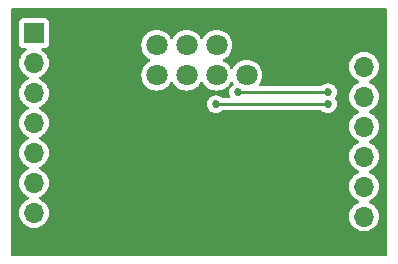
<source format=gbr>
%TF.GenerationSoftware,KiCad,Pcbnew,(6.0.5)*%
%TF.CreationDate,2022-06-21T02:12:09-04:00*%
%TF.ProjectId,nRF24L01_shield_v001a,6e524632-344c-4303-915f-736869656c64,rev?*%
%TF.SameCoordinates,Original*%
%TF.FileFunction,Copper,L2,Bot*%
%TF.FilePolarity,Positive*%
%FSLAX46Y46*%
G04 Gerber Fmt 4.6, Leading zero omitted, Abs format (unit mm)*
G04 Created by KiCad (PCBNEW (6.0.5)) date 2022-06-21 02:12:09*
%MOMM*%
%LPD*%
G01*
G04 APERTURE LIST*
%TA.AperFunction,ComponentPad*%
%ADD10C,1.800000*%
%TD*%
%TA.AperFunction,ComponentPad*%
%ADD11R,1.700000X1.700000*%
%TD*%
%TA.AperFunction,ComponentPad*%
%ADD12O,1.700000X1.700000*%
%TD*%
%TA.AperFunction,ViaPad*%
%ADD13C,0.685800*%
%TD*%
%TA.AperFunction,Conductor*%
%ADD14C,0.250000*%
%TD*%
G04 APERTURE END LIST*
D10*
%TO.P,U1,1,GND*%
%TO.N,GND*%
X157710000Y-79330000D03*
%TO.P,U1,2,CE*%
%TO.N,D9*%
X155170000Y-79330000D03*
%TO.P,U1,3,SCK*%
%TO.N,D13{slash}SCK*%
X152630000Y-79330000D03*
%TO.P,U1,4,MISO*%
%TO.N,D12{slash}MISO*%
X150090000Y-79330000D03*
%TO.P,U1,5,IRQ*%
%TO.N,D2{slash}INT0*%
X150090000Y-81870000D03*
%TO.P,U1,6,MOSI*%
%TO.N,D11{slash}MOSI*%
X152630000Y-81870000D03*
%TO.P,U1,7,CSN*%
%TO.N,D10{slash}SS*%
X155170000Y-81870000D03*
%TO.P,U1,8,VCC*%
%TO.N,VCC*%
X157710000Y-81870000D03*
%TD*%
D11*
%TO.P,J1,1,Pin_1*%
%TO.N,VCC*%
X139700000Y-78300000D03*
D12*
%TO.P,J1,2,Pin_2*%
%TO.N,D4*%
X139700000Y-80840000D03*
%TO.P,J1,3,Pin_3*%
%TO.N,D3*%
X139700000Y-83380000D03*
%TO.P,J1,4,Pin_4*%
%TO.N,D13{slash}SCK*%
X139700000Y-85920000D03*
%TO.P,J1,5,Pin_5*%
%TO.N,D12{slash}MISO*%
X139700000Y-88460000D03*
%TO.P,J1,6,Pin_6*%
%TO.N,D2{slash}INT0*%
X139700000Y-91000000D03*
%TO.P,J1,7,Pin_7*%
%TO.N,A5{slash}SCL*%
X139700000Y-93540000D03*
%TD*%
D11*
%TO.P,J2,1,Pin_1*%
%TO.N,GND*%
X167640000Y-78600000D03*
D12*
%TO.P,J2,2,Pin_2*%
%TO.N,D5*%
X167640000Y-81140000D03*
%TO.P,J2,3,Pin_3*%
%TO.N,D7*%
X167640000Y-83680000D03*
%TO.P,J2,4,Pin_4*%
%TO.N,D9*%
X167640000Y-86220000D03*
%TO.P,J2,5,Pin_5*%
%TO.N,D10{slash}SS*%
X167640000Y-88760000D03*
%TO.P,J2,6,Pin_6*%
%TO.N,D11{slash}MOSI*%
X167640000Y-91300000D03*
%TO.P,J2,7,Pin_7*%
%TO.N,D6*%
X167640000Y-93840000D03*
%TD*%
D13*
%TO.N,GND*%
X161036000Y-96520000D03*
X157463335Y-88675240D03*
%TO.N,D9*%
X164592000Y-83312000D03*
X156972000Y-83312000D03*
%TO.N,D10{slash}SS*%
X155105028Y-84323469D03*
X164592000Y-84328000D03*
%TD*%
D14*
%TO.N,D9*%
X164592000Y-83312000D02*
X156972000Y-83312000D01*
%TO.N,D10{slash}SS*%
X164592000Y-84328000D02*
X154940000Y-84328000D01*
%TD*%
%TA.AperFunction,Conductor*%
%TO.N,GND*%
G36*
X169541621Y-76190502D02*
G01*
X169588114Y-76244158D01*
X169599500Y-76296500D01*
X169599500Y-97073500D01*
X169579498Y-97141621D01*
X169525842Y-97188114D01*
X169473500Y-97199500D01*
X137876500Y-97199500D01*
X137808379Y-97179498D01*
X137761886Y-97125842D01*
X137750500Y-97073500D01*
X137750500Y-93540000D01*
X138444723Y-93540000D01*
X138463793Y-93757977D01*
X138520425Y-93969330D01*
X138612898Y-94167638D01*
X138738402Y-94346877D01*
X138893123Y-94501598D01*
X138897631Y-94504755D01*
X138897634Y-94504757D01*
X139067852Y-94623945D01*
X139072361Y-94627102D01*
X139077343Y-94629425D01*
X139077348Y-94629428D01*
X139123121Y-94650772D01*
X139270670Y-94719575D01*
X139275978Y-94720997D01*
X139275980Y-94720998D01*
X139341745Y-94738620D01*
X139482023Y-94776207D01*
X139700000Y-94795277D01*
X139917977Y-94776207D01*
X140058255Y-94738620D01*
X140124020Y-94720998D01*
X140124022Y-94720997D01*
X140129330Y-94719575D01*
X140276879Y-94650772D01*
X140322652Y-94629428D01*
X140322657Y-94629425D01*
X140327639Y-94627102D01*
X140332148Y-94623945D01*
X140502366Y-94504757D01*
X140502369Y-94504755D01*
X140506877Y-94501598D01*
X140661598Y-94346877D01*
X140787102Y-94167638D01*
X140879575Y-93969330D01*
X140914229Y-93840000D01*
X166384723Y-93840000D01*
X166403793Y-94057977D01*
X166460425Y-94269330D01*
X166552898Y-94467638D01*
X166678402Y-94646877D01*
X166833123Y-94801598D01*
X166837631Y-94804755D01*
X166837634Y-94804757D01*
X167007852Y-94923945D01*
X167012361Y-94927102D01*
X167017343Y-94929425D01*
X167017348Y-94929428D01*
X167205688Y-95017252D01*
X167210670Y-95019575D01*
X167215978Y-95020997D01*
X167215980Y-95020998D01*
X167281745Y-95038620D01*
X167422023Y-95076207D01*
X167640000Y-95095277D01*
X167857977Y-95076207D01*
X167998255Y-95038620D01*
X168064020Y-95020998D01*
X168064022Y-95020997D01*
X168069330Y-95019575D01*
X168074312Y-95017252D01*
X168262652Y-94929428D01*
X168262657Y-94929425D01*
X168267639Y-94927102D01*
X168272148Y-94923945D01*
X168442366Y-94804757D01*
X168442369Y-94804755D01*
X168446877Y-94801598D01*
X168601598Y-94646877D01*
X168727102Y-94467638D01*
X168819575Y-94269330D01*
X168876207Y-94057977D01*
X168895277Y-93840000D01*
X168876207Y-93622023D01*
X168819575Y-93410670D01*
X168727102Y-93212362D01*
X168601598Y-93033123D01*
X168446877Y-92878402D01*
X168442369Y-92875245D01*
X168442366Y-92875243D01*
X168272148Y-92756055D01*
X168272145Y-92756053D01*
X168267639Y-92752898D01*
X168262657Y-92750575D01*
X168262652Y-92750572D01*
X168120305Y-92684195D01*
X168067020Y-92637278D01*
X168047559Y-92569000D01*
X168068101Y-92501040D01*
X168120305Y-92455805D01*
X168262652Y-92389428D01*
X168262657Y-92389425D01*
X168267639Y-92387102D01*
X168338795Y-92337278D01*
X168442366Y-92264757D01*
X168442369Y-92264755D01*
X168446877Y-92261598D01*
X168601598Y-92106877D01*
X168727102Y-91927638D01*
X168819575Y-91729330D01*
X168876207Y-91517977D01*
X168895277Y-91300000D01*
X168876207Y-91082023D01*
X168819575Y-90870670D01*
X168727102Y-90672362D01*
X168601598Y-90493123D01*
X168446877Y-90338402D01*
X168442369Y-90335245D01*
X168442366Y-90335243D01*
X168272148Y-90216055D01*
X168272145Y-90216053D01*
X168267639Y-90212898D01*
X168262657Y-90210575D01*
X168262652Y-90210572D01*
X168120305Y-90144195D01*
X168067020Y-90097278D01*
X168047559Y-90029000D01*
X168068101Y-89961040D01*
X168120305Y-89915805D01*
X168262652Y-89849428D01*
X168262657Y-89849425D01*
X168267639Y-89847102D01*
X168338795Y-89797278D01*
X168442366Y-89724757D01*
X168442369Y-89724755D01*
X168446877Y-89721598D01*
X168601598Y-89566877D01*
X168727102Y-89387638D01*
X168819575Y-89189330D01*
X168876207Y-88977977D01*
X168895277Y-88760000D01*
X168876207Y-88542023D01*
X168819575Y-88330670D01*
X168727102Y-88132362D01*
X168601598Y-87953123D01*
X168446877Y-87798402D01*
X168442369Y-87795245D01*
X168442366Y-87795243D01*
X168272148Y-87676055D01*
X168272145Y-87676053D01*
X168267639Y-87672898D01*
X168262657Y-87670575D01*
X168262652Y-87670572D01*
X168120305Y-87604195D01*
X168067020Y-87557278D01*
X168047559Y-87489000D01*
X168068101Y-87421040D01*
X168120305Y-87375805D01*
X168262652Y-87309428D01*
X168262657Y-87309425D01*
X168267639Y-87307102D01*
X168338795Y-87257278D01*
X168442366Y-87184757D01*
X168442369Y-87184755D01*
X168446877Y-87181598D01*
X168601598Y-87026877D01*
X168727102Y-86847638D01*
X168819575Y-86649330D01*
X168876207Y-86437977D01*
X168895277Y-86220000D01*
X168876207Y-86002023D01*
X168819575Y-85790670D01*
X168727102Y-85592362D01*
X168601598Y-85413123D01*
X168446877Y-85258402D01*
X168442369Y-85255245D01*
X168442366Y-85255243D01*
X168272148Y-85136055D01*
X168272145Y-85136053D01*
X168267639Y-85132898D01*
X168262657Y-85130575D01*
X168262652Y-85130572D01*
X168120305Y-85064195D01*
X168067020Y-85017278D01*
X168047559Y-84949000D01*
X168068101Y-84881040D01*
X168120305Y-84835805D01*
X168262652Y-84769428D01*
X168262657Y-84769425D01*
X168267639Y-84767102D01*
X168338795Y-84717278D01*
X168442366Y-84644757D01*
X168442369Y-84644755D01*
X168446877Y-84641598D01*
X168601598Y-84486877D01*
X168727102Y-84307638D01*
X168798489Y-84154550D01*
X168817252Y-84114312D01*
X168817253Y-84114310D01*
X168819575Y-84109330D01*
X168876207Y-83897977D01*
X168895277Y-83680000D01*
X168876207Y-83462023D01*
X168836008Y-83312000D01*
X168820998Y-83255980D01*
X168820997Y-83255978D01*
X168819575Y-83250670D01*
X168766145Y-83136089D01*
X168729425Y-83057343D01*
X168729423Y-83057340D01*
X168727102Y-83052362D01*
X168601598Y-82873123D01*
X168446877Y-82718402D01*
X168442369Y-82715245D01*
X168442366Y-82715243D01*
X168272148Y-82596055D01*
X168272145Y-82596053D01*
X168267639Y-82592898D01*
X168262657Y-82590575D01*
X168262652Y-82590572D01*
X168120305Y-82524195D01*
X168067020Y-82477278D01*
X168047559Y-82409000D01*
X168068101Y-82341040D01*
X168120305Y-82295805D01*
X168262652Y-82229428D01*
X168262657Y-82229425D01*
X168267639Y-82227102D01*
X168370550Y-82155043D01*
X168442366Y-82104757D01*
X168442369Y-82104755D01*
X168446877Y-82101598D01*
X168601598Y-81946877D01*
X168727102Y-81767638D01*
X168785079Y-81643308D01*
X168817252Y-81574312D01*
X168817253Y-81574310D01*
X168819575Y-81569330D01*
X168876207Y-81357977D01*
X168895277Y-81140000D01*
X168876207Y-80922023D01*
X168819575Y-80710670D01*
X168768435Y-80601000D01*
X168729425Y-80517343D01*
X168729423Y-80517340D01*
X168727102Y-80512362D01*
X168601598Y-80333123D01*
X168446877Y-80178402D01*
X168442369Y-80175245D01*
X168442366Y-80175243D01*
X168272148Y-80056055D01*
X168272145Y-80056053D01*
X168267639Y-80052898D01*
X168262657Y-80050575D01*
X168262652Y-80050572D01*
X168074312Y-79962748D01*
X168074311Y-79962747D01*
X168069330Y-79960425D01*
X168064022Y-79959003D01*
X168064020Y-79959002D01*
X167950606Y-79928613D01*
X167857977Y-79903793D01*
X167640000Y-79884723D01*
X167422023Y-79903793D01*
X167329394Y-79928613D01*
X167215980Y-79959002D01*
X167215978Y-79959003D01*
X167210670Y-79960425D01*
X167205690Y-79962747D01*
X167205688Y-79962748D01*
X167017343Y-80050575D01*
X167017340Y-80050577D01*
X167012362Y-80052898D01*
X166833123Y-80178402D01*
X166678402Y-80333123D01*
X166552898Y-80512362D01*
X166550577Y-80517340D01*
X166550575Y-80517343D01*
X166511565Y-80601000D01*
X166460425Y-80710670D01*
X166403793Y-80922023D01*
X166384723Y-81140000D01*
X166403793Y-81357977D01*
X166460425Y-81569330D01*
X166462747Y-81574310D01*
X166462748Y-81574312D01*
X166494922Y-81643308D01*
X166552898Y-81767638D01*
X166678402Y-81946877D01*
X166833123Y-82101598D01*
X166837631Y-82104755D01*
X166837634Y-82104757D01*
X166909450Y-82155043D01*
X167012361Y-82227102D01*
X167017343Y-82229425D01*
X167017348Y-82229428D01*
X167159695Y-82295805D01*
X167212980Y-82342722D01*
X167232441Y-82411000D01*
X167211899Y-82478960D01*
X167159695Y-82524195D01*
X167017343Y-82590575D01*
X167017340Y-82590577D01*
X167012362Y-82592898D01*
X166833123Y-82718402D01*
X166678402Y-82873123D01*
X166552898Y-83052362D01*
X166550577Y-83057340D01*
X166550575Y-83057343D01*
X166513855Y-83136089D01*
X166460425Y-83250670D01*
X166459003Y-83255978D01*
X166459002Y-83255980D01*
X166443992Y-83312000D01*
X166403793Y-83462023D01*
X166384723Y-83680000D01*
X166403793Y-83897977D01*
X166460425Y-84109330D01*
X166462747Y-84114310D01*
X166462748Y-84114312D01*
X166481512Y-84154550D01*
X166552898Y-84307638D01*
X166678402Y-84486877D01*
X166833123Y-84641598D01*
X166837631Y-84644755D01*
X166837634Y-84644757D01*
X166941205Y-84717278D01*
X167012361Y-84767102D01*
X167017343Y-84769425D01*
X167017348Y-84769428D01*
X167159695Y-84835805D01*
X167212980Y-84882722D01*
X167232441Y-84951000D01*
X167211899Y-85018960D01*
X167159695Y-85064195D01*
X167017343Y-85130575D01*
X167017340Y-85130577D01*
X167012362Y-85132898D01*
X166833123Y-85258402D01*
X166678402Y-85413123D01*
X166552898Y-85592362D01*
X166460425Y-85790670D01*
X166403793Y-86002023D01*
X166384723Y-86220000D01*
X166403793Y-86437977D01*
X166460425Y-86649330D01*
X166552898Y-86847638D01*
X166678402Y-87026877D01*
X166833123Y-87181598D01*
X166837631Y-87184755D01*
X166837634Y-87184757D01*
X166941205Y-87257278D01*
X167012361Y-87307102D01*
X167017343Y-87309425D01*
X167017348Y-87309428D01*
X167159695Y-87375805D01*
X167212980Y-87422722D01*
X167232441Y-87491000D01*
X167211899Y-87558960D01*
X167159695Y-87604195D01*
X167017343Y-87670575D01*
X167017340Y-87670577D01*
X167012362Y-87672898D01*
X166833123Y-87798402D01*
X166678402Y-87953123D01*
X166552898Y-88132362D01*
X166460425Y-88330670D01*
X166403793Y-88542023D01*
X166384723Y-88760000D01*
X166403793Y-88977977D01*
X166460425Y-89189330D01*
X166552898Y-89387638D01*
X166678402Y-89566877D01*
X166833123Y-89721598D01*
X166837631Y-89724755D01*
X166837634Y-89724757D01*
X166941205Y-89797278D01*
X167012361Y-89847102D01*
X167017343Y-89849425D01*
X167017348Y-89849428D01*
X167159695Y-89915805D01*
X167212980Y-89962722D01*
X167232441Y-90031000D01*
X167211899Y-90098960D01*
X167159695Y-90144195D01*
X167017343Y-90210575D01*
X167017340Y-90210577D01*
X167012362Y-90212898D01*
X166833123Y-90338402D01*
X166678402Y-90493123D01*
X166552898Y-90672362D01*
X166460425Y-90870670D01*
X166403793Y-91082023D01*
X166384723Y-91300000D01*
X166403793Y-91517977D01*
X166460425Y-91729330D01*
X166552898Y-91927638D01*
X166678402Y-92106877D01*
X166833123Y-92261598D01*
X166837631Y-92264755D01*
X166837634Y-92264757D01*
X166941205Y-92337278D01*
X167012361Y-92387102D01*
X167017343Y-92389425D01*
X167017348Y-92389428D01*
X167159695Y-92455805D01*
X167212980Y-92502722D01*
X167232441Y-92571000D01*
X167211899Y-92638960D01*
X167159695Y-92684195D01*
X167017343Y-92750575D01*
X167017340Y-92750577D01*
X167012362Y-92752898D01*
X166833123Y-92878402D01*
X166678402Y-93033123D01*
X166552898Y-93212362D01*
X166460425Y-93410670D01*
X166403793Y-93622023D01*
X166384723Y-93840000D01*
X140914229Y-93840000D01*
X140936207Y-93757977D01*
X140955277Y-93540000D01*
X140936207Y-93322023D01*
X140879575Y-93110670D01*
X140787102Y-92912362D01*
X140661598Y-92733123D01*
X140506877Y-92578402D01*
X140502369Y-92575245D01*
X140502366Y-92575243D01*
X140332148Y-92456055D01*
X140332145Y-92456053D01*
X140327639Y-92452898D01*
X140322657Y-92450575D01*
X140322652Y-92450572D01*
X140180305Y-92384195D01*
X140127020Y-92337278D01*
X140107559Y-92269000D01*
X140128101Y-92201040D01*
X140180305Y-92155805D01*
X140322652Y-92089428D01*
X140322657Y-92089425D01*
X140327639Y-92087102D01*
X140332148Y-92083945D01*
X140502366Y-91964757D01*
X140502369Y-91964755D01*
X140506877Y-91961598D01*
X140661598Y-91806877D01*
X140787102Y-91627638D01*
X140879575Y-91429330D01*
X140936207Y-91217977D01*
X140955277Y-91000000D01*
X140936207Y-90782023D01*
X140879575Y-90570670D01*
X140787102Y-90372362D01*
X140661598Y-90193123D01*
X140506877Y-90038402D01*
X140502369Y-90035245D01*
X140502366Y-90035243D01*
X140332148Y-89916055D01*
X140332145Y-89916053D01*
X140327639Y-89912898D01*
X140322657Y-89910575D01*
X140322652Y-89910572D01*
X140180305Y-89844195D01*
X140127020Y-89797278D01*
X140107559Y-89729000D01*
X140128101Y-89661040D01*
X140180305Y-89615805D01*
X140322652Y-89549428D01*
X140322657Y-89549425D01*
X140327639Y-89547102D01*
X140332148Y-89543945D01*
X140502366Y-89424757D01*
X140502369Y-89424755D01*
X140506877Y-89421598D01*
X140661598Y-89266877D01*
X140787102Y-89087638D01*
X140879575Y-88889330D01*
X140936207Y-88677977D01*
X140955277Y-88460000D01*
X140936207Y-88242023D01*
X140879575Y-88030670D01*
X140787102Y-87832362D01*
X140661598Y-87653123D01*
X140506877Y-87498402D01*
X140502369Y-87495245D01*
X140502366Y-87495243D01*
X140332148Y-87376055D01*
X140332145Y-87376053D01*
X140327639Y-87372898D01*
X140322657Y-87370575D01*
X140322652Y-87370572D01*
X140180305Y-87304195D01*
X140127020Y-87257278D01*
X140107559Y-87189000D01*
X140128101Y-87121040D01*
X140180305Y-87075805D01*
X140322652Y-87009428D01*
X140322657Y-87009425D01*
X140327639Y-87007102D01*
X140332148Y-87003945D01*
X140502366Y-86884757D01*
X140502369Y-86884755D01*
X140506877Y-86881598D01*
X140661598Y-86726877D01*
X140787102Y-86547638D01*
X140879575Y-86349330D01*
X140936207Y-86137977D01*
X140955277Y-85920000D01*
X140936207Y-85702023D01*
X140879575Y-85490670D01*
X140787102Y-85292362D01*
X140661598Y-85113123D01*
X140506877Y-84958402D01*
X140502369Y-84955245D01*
X140502366Y-84955243D01*
X140332148Y-84836055D01*
X140332145Y-84836053D01*
X140327639Y-84832898D01*
X140322657Y-84830575D01*
X140322652Y-84830572D01*
X140180305Y-84764195D01*
X140127020Y-84717278D01*
X140107559Y-84649000D01*
X140128101Y-84581040D01*
X140180305Y-84535805D01*
X140322652Y-84469428D01*
X140322657Y-84469425D01*
X140327639Y-84467102D01*
X140332148Y-84463945D01*
X140502366Y-84344757D01*
X140502369Y-84344755D01*
X140506877Y-84341598D01*
X140661598Y-84186877D01*
X140787102Y-84007638D01*
X140854401Y-83863317D01*
X140877252Y-83814312D01*
X140877253Y-83814310D01*
X140879575Y-83809330D01*
X140936207Y-83597977D01*
X140955277Y-83380000D01*
X140936207Y-83162023D01*
X140879575Y-82950670D01*
X140841598Y-82869228D01*
X140789425Y-82757343D01*
X140789423Y-82757340D01*
X140787102Y-82752362D01*
X140661598Y-82573123D01*
X140506877Y-82418402D01*
X140502369Y-82415245D01*
X140502366Y-82415243D01*
X140332148Y-82296055D01*
X140332145Y-82296053D01*
X140327639Y-82292898D01*
X140322657Y-82290575D01*
X140322652Y-82290572D01*
X140180305Y-82224195D01*
X140127020Y-82177278D01*
X140107559Y-82109000D01*
X140128101Y-82041040D01*
X140180305Y-81995805D01*
X140322652Y-81929428D01*
X140322657Y-81929425D01*
X140327639Y-81927102D01*
X140409189Y-81870000D01*
X148784532Y-81870000D01*
X148804365Y-82096692D01*
X148805789Y-82102005D01*
X148805789Y-82102007D01*
X148856316Y-82290575D01*
X148863261Y-82316496D01*
X148865583Y-82321476D01*
X148865584Y-82321478D01*
X148939020Y-82478960D01*
X148959432Y-82522734D01*
X149089953Y-82709139D01*
X149250861Y-82870047D01*
X149437266Y-83000568D01*
X149442244Y-83002889D01*
X149442247Y-83002891D01*
X149638522Y-83094416D01*
X149643504Y-83096739D01*
X149648812Y-83098161D01*
X149648814Y-83098162D01*
X149857993Y-83154211D01*
X149857995Y-83154211D01*
X149863308Y-83155635D01*
X150090000Y-83175468D01*
X150316692Y-83155635D01*
X150322005Y-83154211D01*
X150322007Y-83154211D01*
X150531186Y-83098162D01*
X150531188Y-83098161D01*
X150536496Y-83096739D01*
X150541478Y-83094416D01*
X150737753Y-83002891D01*
X150737756Y-83002889D01*
X150742734Y-83000568D01*
X150929139Y-82870047D01*
X151090047Y-82709139D01*
X151220568Y-82522734D01*
X151245805Y-82468613D01*
X151292722Y-82415328D01*
X151361000Y-82395867D01*
X151428959Y-82416409D01*
X151474195Y-82468612D01*
X151499432Y-82522734D01*
X151629953Y-82709139D01*
X151790861Y-82870047D01*
X151977266Y-83000568D01*
X151982244Y-83002889D01*
X151982247Y-83002891D01*
X152178522Y-83094416D01*
X152183504Y-83096739D01*
X152188812Y-83098161D01*
X152188814Y-83098162D01*
X152397993Y-83154211D01*
X152397995Y-83154211D01*
X152403308Y-83155635D01*
X152630000Y-83175468D01*
X152856692Y-83155635D01*
X152862005Y-83154211D01*
X152862007Y-83154211D01*
X153071186Y-83098162D01*
X153071188Y-83098161D01*
X153076496Y-83096739D01*
X153081478Y-83094416D01*
X153277753Y-83002891D01*
X153277756Y-83002889D01*
X153282734Y-83000568D01*
X153469139Y-82870047D01*
X153630047Y-82709139D01*
X153760568Y-82522734D01*
X153785805Y-82468613D01*
X153832722Y-82415328D01*
X153901000Y-82395867D01*
X153968959Y-82416409D01*
X154014195Y-82468612D01*
X154039432Y-82522734D01*
X154169953Y-82709139D01*
X154330861Y-82870047D01*
X154517266Y-83000568D01*
X154522244Y-83002889D01*
X154522247Y-83002891D01*
X154718522Y-83094416D01*
X154723504Y-83096739D01*
X154728812Y-83098161D01*
X154728814Y-83098162D01*
X154937993Y-83154211D01*
X154937995Y-83154211D01*
X154943308Y-83155635D01*
X155170000Y-83175468D01*
X155396692Y-83155635D01*
X155402005Y-83154211D01*
X155402007Y-83154211D01*
X155611186Y-83098162D01*
X155611188Y-83098161D01*
X155616496Y-83096739D01*
X155621478Y-83094416D01*
X155817753Y-83002891D01*
X155817756Y-83002889D01*
X155822734Y-83000568D01*
X156009139Y-82870047D01*
X156170047Y-82709139D01*
X156300568Y-82522734D01*
X156325805Y-82468613D01*
X156372722Y-82415328D01*
X156441000Y-82395867D01*
X156508959Y-82416409D01*
X156554195Y-82468612D01*
X156579432Y-82522734D01*
X156582587Y-82527241D01*
X156585338Y-82532005D01*
X156583276Y-82533195D01*
X156602710Y-82590907D01*
X156585394Y-82659759D01*
X156542828Y-82703164D01*
X156517426Y-82718791D01*
X156517422Y-82718794D01*
X156511421Y-82722486D01*
X156392261Y-82839176D01*
X156301914Y-82979367D01*
X156299503Y-82985990D01*
X156299502Y-82985993D01*
X156247282Y-83129466D01*
X156247281Y-83129471D01*
X156244872Y-83136089D01*
X156223969Y-83301555D01*
X156240244Y-83467540D01*
X156292888Y-83625794D01*
X156293143Y-83626216D01*
X156303178Y-83693879D01*
X156273971Y-83758590D01*
X156214415Y-83797238D01*
X156178382Y-83802500D01*
X155687867Y-83802500D01*
X155619746Y-83782498D01*
X155598461Y-83765284D01*
X155578756Y-83745441D01*
X155573793Y-83740443D01*
X155500419Y-83693879D01*
X155438918Y-83654849D01*
X155438915Y-83654847D01*
X155432975Y-83651078D01*
X155426342Y-83648716D01*
X155282492Y-83597493D01*
X155282490Y-83597492D01*
X155275858Y-83595131D01*
X155268870Y-83594298D01*
X155268867Y-83594297D01*
X155177491Y-83583401D01*
X155110251Y-83575383D01*
X155103249Y-83576119D01*
X155103247Y-83576119D01*
X154951384Y-83592081D01*
X154951382Y-83592081D01*
X154944384Y-83592817D01*
X154867154Y-83619108D01*
X154793171Y-83644293D01*
X154793168Y-83644294D01*
X154786501Y-83646564D01*
X154780503Y-83650254D01*
X154780501Y-83650255D01*
X154650450Y-83730263D01*
X154644449Y-83733955D01*
X154584285Y-83792872D01*
X154559374Y-83817267D01*
X154525289Y-83850645D01*
X154434942Y-83990836D01*
X154432531Y-83997459D01*
X154432530Y-83997462D01*
X154380310Y-84140935D01*
X154380309Y-84140940D01*
X154377900Y-84147558D01*
X154356997Y-84313024D01*
X154373272Y-84479009D01*
X154425916Y-84637263D01*
X154441725Y-84663367D01*
X154504550Y-84767102D01*
X154512313Y-84779921D01*
X154628169Y-84899893D01*
X154634061Y-84903748D01*
X154634065Y-84903752D01*
X154712753Y-84955243D01*
X154767725Y-84991216D01*
X154924045Y-85049351D01*
X154931026Y-85050282D01*
X154931028Y-85050283D01*
X154980862Y-85056932D01*
X155089361Y-85071409D01*
X155096372Y-85070771D01*
X155096376Y-85070771D01*
X155248434Y-85056932D01*
X155255455Y-85056293D01*
X155262157Y-85054115D01*
X155262159Y-85054115D01*
X155407374Y-85006932D01*
X155407377Y-85006931D01*
X155414073Y-85004755D01*
X155507603Y-84949000D01*
X155551279Y-84922964D01*
X155551281Y-84922963D01*
X155557331Y-84919356D01*
X155583091Y-84894825D01*
X155589993Y-84888253D01*
X155653118Y-84855762D01*
X155676884Y-84853500D01*
X164012480Y-84853500D01*
X164080601Y-84873502D01*
X164103116Y-84891972D01*
X164115141Y-84904424D01*
X164121033Y-84908279D01*
X164121037Y-84908283D01*
X164192800Y-84955243D01*
X164254697Y-84995747D01*
X164411017Y-85053882D01*
X164417998Y-85054813D01*
X164418000Y-85054814D01*
X164467834Y-85061463D01*
X164576333Y-85075940D01*
X164583344Y-85075302D01*
X164583348Y-85075302D01*
X164735406Y-85061463D01*
X164742427Y-85060824D01*
X164749129Y-85058646D01*
X164749131Y-85058646D01*
X164894346Y-85011463D01*
X164894349Y-85011462D01*
X164901045Y-85009286D01*
X165044303Y-84923887D01*
X165165081Y-84808872D01*
X165192833Y-84767102D01*
X165253475Y-84675829D01*
X165253476Y-84675827D01*
X165257376Y-84669957D01*
X165283146Y-84602116D01*
X165314100Y-84520631D01*
X165314101Y-84520628D01*
X165316601Y-84514046D01*
X165339812Y-84348888D01*
X165339924Y-84340871D01*
X165340049Y-84331962D01*
X165340049Y-84331956D01*
X165340104Y-84328000D01*
X165321513Y-84162259D01*
X165318829Y-84154550D01*
X165268980Y-84011402D01*
X165268979Y-84011400D01*
X165266665Y-84004755D01*
X165262108Y-83997462D01*
X165192231Y-83885636D01*
X165173095Y-83817267D01*
X165194136Y-83749140D01*
X165257376Y-83653957D01*
X165316601Y-83498046D01*
X165339812Y-83332888D01*
X165340104Y-83312000D01*
X165322685Y-83156710D01*
X165322298Y-83153256D01*
X165322298Y-83153255D01*
X165321513Y-83146259D01*
X165317972Y-83136089D01*
X165268980Y-82995402D01*
X165268979Y-82995400D01*
X165266665Y-82988755D01*
X165178284Y-82847317D01*
X165060765Y-82728974D01*
X164951699Y-82659759D01*
X164925890Y-82643380D01*
X164925887Y-82643378D01*
X164919947Y-82639609D01*
X164913314Y-82637247D01*
X164769464Y-82586024D01*
X164769462Y-82586023D01*
X164762830Y-82583662D01*
X164755842Y-82582829D01*
X164755839Y-82582828D01*
X164641786Y-82569228D01*
X164597223Y-82563914D01*
X164590221Y-82564650D01*
X164590219Y-82564650D01*
X164438356Y-82580612D01*
X164438354Y-82580612D01*
X164431356Y-82581348D01*
X164348575Y-82609529D01*
X164280143Y-82632824D01*
X164280140Y-82632825D01*
X164273473Y-82635095D01*
X164267475Y-82638785D01*
X164267473Y-82638786D01*
X164260006Y-82643380D01*
X164131421Y-82722486D01*
X164126391Y-82727412D01*
X164126383Y-82727418D01*
X164102790Y-82750523D01*
X164040125Y-82783894D01*
X164014632Y-82786500D01*
X158897921Y-82786500D01*
X158829800Y-82766498D01*
X158783307Y-82712842D01*
X158773203Y-82642568D01*
X158794706Y-82588232D01*
X158840568Y-82522734D01*
X158860981Y-82478960D01*
X158934416Y-82321478D01*
X158934417Y-82321476D01*
X158936739Y-82316496D01*
X158943685Y-82290575D01*
X158994211Y-82102007D01*
X158994211Y-82102005D01*
X158995635Y-82096692D01*
X159015468Y-81870000D01*
X158995635Y-81643308D01*
X158936739Y-81423504D01*
X158903628Y-81352498D01*
X158842891Y-81222247D01*
X158842889Y-81222244D01*
X158840568Y-81217266D01*
X158710047Y-81030861D01*
X158549139Y-80869953D01*
X158362734Y-80739432D01*
X158357756Y-80737111D01*
X158357753Y-80737109D01*
X158161478Y-80645584D01*
X158161476Y-80645583D01*
X158156496Y-80643261D01*
X158151188Y-80641839D01*
X158151186Y-80641838D01*
X157942007Y-80585789D01*
X157942005Y-80585789D01*
X157936692Y-80584365D01*
X157710000Y-80564532D01*
X157483308Y-80584365D01*
X157477995Y-80585789D01*
X157477993Y-80585789D01*
X157268814Y-80641838D01*
X157268812Y-80641839D01*
X157263504Y-80643261D01*
X157258524Y-80645583D01*
X157258522Y-80645584D01*
X157062247Y-80737109D01*
X157062244Y-80737111D01*
X157057266Y-80739432D01*
X156870861Y-80869953D01*
X156709953Y-81030861D01*
X156579432Y-81217266D01*
X156577111Y-81222244D01*
X156577109Y-81222247D01*
X156554195Y-81271387D01*
X156507278Y-81324672D01*
X156439000Y-81344133D01*
X156371041Y-81323591D01*
X156325805Y-81271387D01*
X156302891Y-81222247D01*
X156302889Y-81222244D01*
X156300568Y-81217266D01*
X156170047Y-81030861D01*
X156009139Y-80869953D01*
X155822734Y-80739432D01*
X155817756Y-80737111D01*
X155817753Y-80737109D01*
X155768613Y-80714195D01*
X155715328Y-80667278D01*
X155695867Y-80599000D01*
X155716409Y-80531041D01*
X155768613Y-80485805D01*
X155817753Y-80462891D01*
X155817756Y-80462889D01*
X155822734Y-80460568D01*
X156009139Y-80330047D01*
X156170047Y-80169139D01*
X156300568Y-79982734D01*
X156311635Y-79959002D01*
X156394416Y-79781478D01*
X156394417Y-79781476D01*
X156396739Y-79776496D01*
X156443015Y-79603793D01*
X156454211Y-79562007D01*
X156454211Y-79562005D01*
X156455635Y-79556692D01*
X156475468Y-79330000D01*
X156455635Y-79103308D01*
X156396739Y-78883504D01*
X156394416Y-78878522D01*
X156302891Y-78682247D01*
X156302889Y-78682244D01*
X156300568Y-78677266D01*
X156170047Y-78490861D01*
X156009139Y-78329953D01*
X155822734Y-78199432D01*
X155817756Y-78197111D01*
X155817753Y-78197109D01*
X155621478Y-78105584D01*
X155621476Y-78105583D01*
X155616496Y-78103261D01*
X155611188Y-78101839D01*
X155611186Y-78101838D01*
X155402007Y-78045789D01*
X155402005Y-78045789D01*
X155396692Y-78044365D01*
X155170000Y-78024532D01*
X154943308Y-78044365D01*
X154937995Y-78045789D01*
X154937993Y-78045789D01*
X154728814Y-78101838D01*
X154728812Y-78101839D01*
X154723504Y-78103261D01*
X154718524Y-78105583D01*
X154718522Y-78105584D01*
X154522247Y-78197109D01*
X154522244Y-78197111D01*
X154517266Y-78199432D01*
X154330861Y-78329953D01*
X154169953Y-78490861D01*
X154039432Y-78677266D01*
X154037111Y-78682244D01*
X154037109Y-78682247D01*
X154014195Y-78731387D01*
X153967278Y-78784672D01*
X153899000Y-78804133D01*
X153831041Y-78783591D01*
X153785805Y-78731387D01*
X153762891Y-78682247D01*
X153762889Y-78682244D01*
X153760568Y-78677266D01*
X153630047Y-78490861D01*
X153469139Y-78329953D01*
X153282734Y-78199432D01*
X153277756Y-78197111D01*
X153277753Y-78197109D01*
X153081478Y-78105584D01*
X153081476Y-78105583D01*
X153076496Y-78103261D01*
X153071188Y-78101839D01*
X153071186Y-78101838D01*
X152862007Y-78045789D01*
X152862005Y-78045789D01*
X152856692Y-78044365D01*
X152630000Y-78024532D01*
X152403308Y-78044365D01*
X152397995Y-78045789D01*
X152397993Y-78045789D01*
X152188814Y-78101838D01*
X152188812Y-78101839D01*
X152183504Y-78103261D01*
X152178524Y-78105583D01*
X152178522Y-78105584D01*
X151982247Y-78197109D01*
X151982244Y-78197111D01*
X151977266Y-78199432D01*
X151790861Y-78329953D01*
X151629953Y-78490861D01*
X151499432Y-78677266D01*
X151497111Y-78682244D01*
X151497109Y-78682247D01*
X151474195Y-78731387D01*
X151427278Y-78784672D01*
X151359000Y-78804133D01*
X151291041Y-78783591D01*
X151245805Y-78731387D01*
X151222891Y-78682247D01*
X151222889Y-78682244D01*
X151220568Y-78677266D01*
X151090047Y-78490861D01*
X150929139Y-78329953D01*
X150742734Y-78199432D01*
X150737756Y-78197111D01*
X150737753Y-78197109D01*
X150541478Y-78105584D01*
X150541476Y-78105583D01*
X150536496Y-78103261D01*
X150531188Y-78101839D01*
X150531186Y-78101838D01*
X150322007Y-78045789D01*
X150322005Y-78045789D01*
X150316692Y-78044365D01*
X150090000Y-78024532D01*
X149863308Y-78044365D01*
X149857995Y-78045789D01*
X149857993Y-78045789D01*
X149648814Y-78101838D01*
X149648812Y-78101839D01*
X149643504Y-78103261D01*
X149638524Y-78105583D01*
X149638522Y-78105584D01*
X149442247Y-78197109D01*
X149442244Y-78197111D01*
X149437266Y-78199432D01*
X149250861Y-78329953D01*
X149089953Y-78490861D01*
X148959432Y-78677266D01*
X148957111Y-78682244D01*
X148957109Y-78682247D01*
X148865584Y-78878522D01*
X148863261Y-78883504D01*
X148804365Y-79103308D01*
X148784532Y-79330000D01*
X148804365Y-79556692D01*
X148805789Y-79562005D01*
X148805789Y-79562007D01*
X148816986Y-79603793D01*
X148863261Y-79776496D01*
X148865583Y-79781476D01*
X148865584Y-79781478D01*
X148948366Y-79959002D01*
X148959432Y-79982734D01*
X149089953Y-80169139D01*
X149250861Y-80330047D01*
X149437266Y-80460568D01*
X149442244Y-80462889D01*
X149442247Y-80462891D01*
X149491387Y-80485805D01*
X149544672Y-80532722D01*
X149564133Y-80601000D01*
X149543591Y-80668959D01*
X149491387Y-80714195D01*
X149442247Y-80737109D01*
X149442244Y-80737111D01*
X149437266Y-80739432D01*
X149250861Y-80869953D01*
X149089953Y-81030861D01*
X148959432Y-81217266D01*
X148957111Y-81222244D01*
X148957109Y-81222247D01*
X148896372Y-81352498D01*
X148863261Y-81423504D01*
X148804365Y-81643308D01*
X148784532Y-81870000D01*
X140409189Y-81870000D01*
X140502366Y-81804757D01*
X140502369Y-81804755D01*
X140506877Y-81801598D01*
X140661598Y-81646877D01*
X140787102Y-81467638D01*
X140810006Y-81418522D01*
X140877252Y-81274312D01*
X140877253Y-81274310D01*
X140879575Y-81269330D01*
X140936207Y-81057977D01*
X140955277Y-80840000D01*
X140936207Y-80622023D01*
X140879575Y-80410670D01*
X140841598Y-80329228D01*
X140789425Y-80217343D01*
X140789423Y-80217340D01*
X140787102Y-80212362D01*
X140661598Y-80033123D01*
X140506877Y-79878402D01*
X140502369Y-79875245D01*
X140502366Y-79875243D01*
X140368455Y-79781478D01*
X140365933Y-79779712D01*
X140321605Y-79724255D01*
X140314296Y-79653636D01*
X140346327Y-79590275D01*
X140407528Y-79554290D01*
X140438203Y-79550499D01*
X140581518Y-79550499D01*
X140586412Y-79549724D01*
X140665506Y-79537198D01*
X140665508Y-79537197D01*
X140675304Y-79535646D01*
X140788342Y-79478050D01*
X140878050Y-79388342D01*
X140935646Y-79275304D01*
X140950500Y-79181519D01*
X140950499Y-77418482D01*
X140935646Y-77324696D01*
X140878050Y-77211658D01*
X140788342Y-77121950D01*
X140675304Y-77064354D01*
X140665515Y-77062804D01*
X140665513Y-77062803D01*
X140638151Y-77058470D01*
X140581519Y-77049500D01*
X139700178Y-77049500D01*
X138818482Y-77049501D01*
X138813589Y-77050276D01*
X138813588Y-77050276D01*
X138734494Y-77062802D01*
X138734492Y-77062803D01*
X138724696Y-77064354D01*
X138611658Y-77121950D01*
X138521950Y-77211658D01*
X138464354Y-77324696D01*
X138449500Y-77418481D01*
X138449501Y-79181518D01*
X138464354Y-79275304D01*
X138521950Y-79388342D01*
X138611658Y-79478050D01*
X138724696Y-79535646D01*
X138734485Y-79537196D01*
X138734487Y-79537197D01*
X138761849Y-79541530D01*
X138818481Y-79550500D01*
X138961796Y-79550500D01*
X139029917Y-79570502D01*
X139076410Y-79624158D01*
X139086514Y-79694432D01*
X139057020Y-79759012D01*
X139034067Y-79779712D01*
X138893123Y-79878402D01*
X138738402Y-80033123D01*
X138612898Y-80212362D01*
X138610577Y-80217340D01*
X138610575Y-80217343D01*
X138558402Y-80329228D01*
X138520425Y-80410670D01*
X138463793Y-80622023D01*
X138444723Y-80840000D01*
X138463793Y-81057977D01*
X138520425Y-81269330D01*
X138522747Y-81274310D01*
X138522748Y-81274312D01*
X138589995Y-81418522D01*
X138612898Y-81467638D01*
X138738402Y-81646877D01*
X138893123Y-81801598D01*
X138897631Y-81804755D01*
X138897634Y-81804757D01*
X138990811Y-81870000D01*
X139072361Y-81927102D01*
X139077343Y-81929425D01*
X139077348Y-81929428D01*
X139219695Y-81995805D01*
X139272980Y-82042722D01*
X139292441Y-82111000D01*
X139271899Y-82178960D01*
X139219695Y-82224195D01*
X139077343Y-82290575D01*
X139077340Y-82290577D01*
X139072362Y-82292898D01*
X138893123Y-82418402D01*
X138738402Y-82573123D01*
X138612898Y-82752362D01*
X138610577Y-82757340D01*
X138610575Y-82757343D01*
X138558402Y-82869228D01*
X138520425Y-82950670D01*
X138463793Y-83162023D01*
X138444723Y-83380000D01*
X138463793Y-83597977D01*
X138520425Y-83809330D01*
X138522747Y-83814310D01*
X138522748Y-83814312D01*
X138545600Y-83863317D01*
X138612898Y-84007638D01*
X138738402Y-84186877D01*
X138893123Y-84341598D01*
X138897631Y-84344755D01*
X138897634Y-84344757D01*
X139067852Y-84463945D01*
X139072361Y-84467102D01*
X139077343Y-84469425D01*
X139077348Y-84469428D01*
X139219695Y-84535805D01*
X139272980Y-84582722D01*
X139292441Y-84651000D01*
X139271899Y-84718960D01*
X139219695Y-84764195D01*
X139077343Y-84830575D01*
X139077340Y-84830577D01*
X139072362Y-84832898D01*
X138893123Y-84958402D01*
X138738402Y-85113123D01*
X138612898Y-85292362D01*
X138520425Y-85490670D01*
X138463793Y-85702023D01*
X138444723Y-85920000D01*
X138463793Y-86137977D01*
X138520425Y-86349330D01*
X138612898Y-86547638D01*
X138738402Y-86726877D01*
X138893123Y-86881598D01*
X138897631Y-86884755D01*
X138897634Y-86884757D01*
X139067852Y-87003945D01*
X139072361Y-87007102D01*
X139077343Y-87009425D01*
X139077348Y-87009428D01*
X139219695Y-87075805D01*
X139272980Y-87122722D01*
X139292441Y-87191000D01*
X139271899Y-87258960D01*
X139219695Y-87304195D01*
X139077343Y-87370575D01*
X139077340Y-87370577D01*
X139072362Y-87372898D01*
X138893123Y-87498402D01*
X138738402Y-87653123D01*
X138612898Y-87832362D01*
X138520425Y-88030670D01*
X138463793Y-88242023D01*
X138444723Y-88460000D01*
X138463793Y-88677977D01*
X138520425Y-88889330D01*
X138612898Y-89087638D01*
X138738402Y-89266877D01*
X138893123Y-89421598D01*
X138897631Y-89424755D01*
X138897634Y-89424757D01*
X139067852Y-89543945D01*
X139072361Y-89547102D01*
X139077343Y-89549425D01*
X139077348Y-89549428D01*
X139219695Y-89615805D01*
X139272980Y-89662722D01*
X139292441Y-89731000D01*
X139271899Y-89798960D01*
X139219695Y-89844195D01*
X139077343Y-89910575D01*
X139077340Y-89910577D01*
X139072362Y-89912898D01*
X138893123Y-90038402D01*
X138738402Y-90193123D01*
X138612898Y-90372362D01*
X138520425Y-90570670D01*
X138463793Y-90782023D01*
X138444723Y-91000000D01*
X138463793Y-91217977D01*
X138520425Y-91429330D01*
X138612898Y-91627638D01*
X138738402Y-91806877D01*
X138893123Y-91961598D01*
X138897631Y-91964755D01*
X138897634Y-91964757D01*
X139067852Y-92083945D01*
X139072361Y-92087102D01*
X139077343Y-92089425D01*
X139077348Y-92089428D01*
X139219695Y-92155805D01*
X139272980Y-92202722D01*
X139292441Y-92271000D01*
X139271899Y-92338960D01*
X139219695Y-92384195D01*
X139077343Y-92450575D01*
X139077340Y-92450577D01*
X139072362Y-92452898D01*
X138893123Y-92578402D01*
X138738402Y-92733123D01*
X138612898Y-92912362D01*
X138520425Y-93110670D01*
X138463793Y-93322023D01*
X138444723Y-93540000D01*
X137750500Y-93540000D01*
X137750500Y-76296500D01*
X137770502Y-76228379D01*
X137824158Y-76181886D01*
X137876500Y-76170500D01*
X169473500Y-76170500D01*
X169541621Y-76190502D01*
G37*
%TD.AperFunction*%
%TD*%
M02*

</source>
